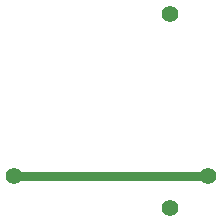
<source format=gbr>
%TF.GenerationSoftware,KiCad,Pcbnew,9.0.5*%
%TF.CreationDate,2025-10-09T16:36:40+08:00*%
%TF.ProjectId,snowshoe-mx,736e6f77-7368-46f6-952d-6d782e6b6963,rev?*%
%TF.SameCoordinates,Original*%
%TF.FileFunction,Copper,L1,Top*%
%TF.FilePolarity,Positive*%
%FSLAX46Y46*%
G04 Gerber Fmt 4.6, Leading zero omitted, Abs format (unit mm)*
G04 Created by KiCad (PCBNEW 9.0.5) date 2025-10-09 16:36:40*
%MOMM*%
%LPD*%
G01*
G04 APERTURE LIST*
%TA.AperFunction,ComponentPad*%
%ADD10C,1.400000*%
%TD*%
%TA.AperFunction,Conductor*%
%ADD11C,0.750000*%
%TD*%
G04 APERTURE END LIST*
D10*
%TO.P,PR1,1,Pin_1*%
%TO.N,Net-(D1-K)*%
X96750000Y-70500000D03*
%TD*%
%TO.P,PC2,1,Pin_1*%
%TO.N,Net-(PC1-Pin_1)*%
X110000000Y-73250000D03*
%TD*%
%TO.P,PC1,1,Pin_1*%
%TO.N,Net-(PC1-Pin_1)*%
X110000000Y-56750000D03*
%TD*%
%TO.P,PR2,1,Pin_1*%
%TO.N,Net-(D1-K)*%
X113250000Y-70500000D03*
%TD*%
D11*
%TO.N,Net-(D1-K)*%
X113250000Y-70500000D02*
X96750000Y-70500000D01*
%TD*%
M02*

</source>
